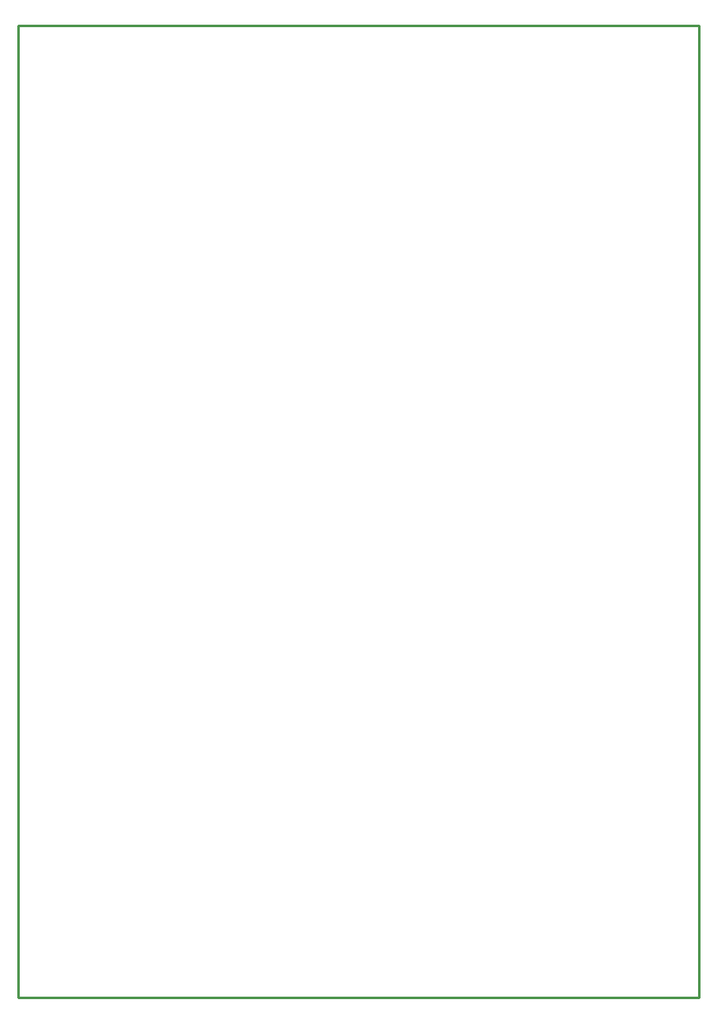
<source format=gko>
G04 Layer: BoardOutlineLayer*
G04 EasyEDA v6.5.1, 2022-05-03 13:26:15*
G04 Gerber Generator version 0.2*
G04 Scale: 100 percent, Rotated: No, Reflected: No *
G04 Dimensions in millimeters *
G04 leading zeros omitted , absolute positions ,4 integer and 5 decimal *
%FSLAX45Y45*%
%MOMM*%

%ADD10C,0.2540*%
D10*
X0Y-9999997D02*
G01*
X0Y0D01*
X0Y0D02*
G01*
X6999993Y0D01*
X6999993Y-9999997D01*
X0Y-9999997D01*

%LPD*%
M02*

</source>
